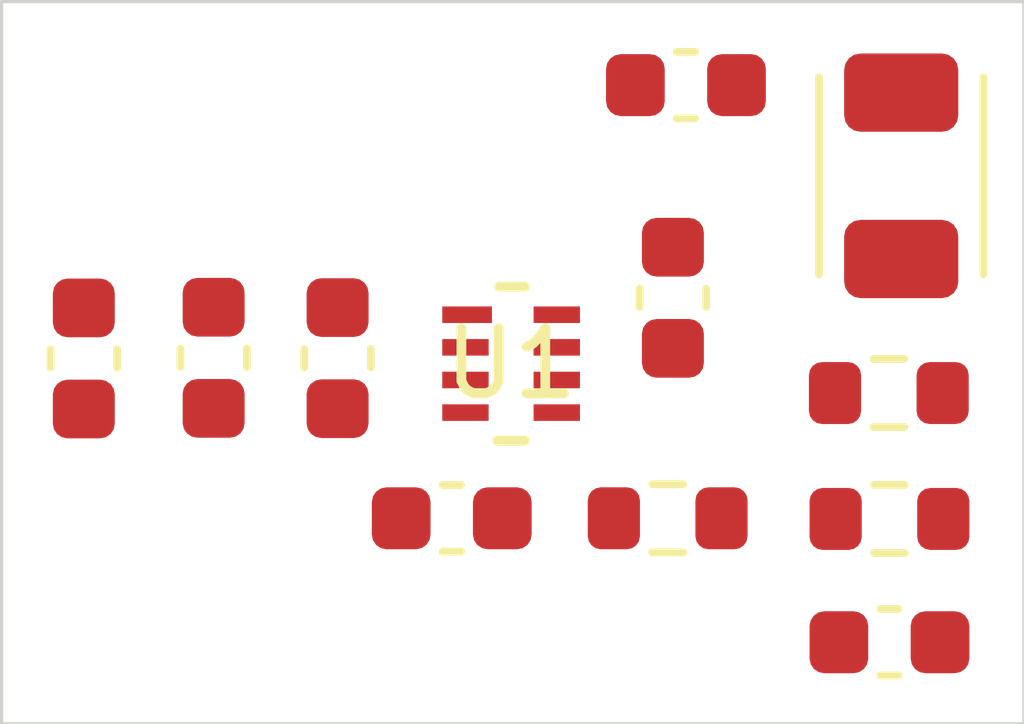
<source format=kicad_pcb>
(kicad_pcb (version 20241229) (generator "pcbnew") (generator_version "9.0")
  (layers (0 "F.Cu" signal) (2 "B.Cu" signal) (13 "F.Paste" user) (15 "B.Paste" user) (5 "F.SilkS" user "F.Silkscreen") (7 "B.SilkS" user "B.Silkscreen") (1 "F.Mask" user) (3 "B.Mask" user) (25 "Edge.Cuts" user))
  (net 0 "")
  (net 1 "VIN")
  (net 2 "GND")
  (net 3 "3.3VDC")
  (net 4 "Net-(U1-SW)")
  (net 5 "Net-(U1-BST)")
  (net 6 "/PG")
  (net 7 "Net-(U1-FB)")
  (net 8 "Net-(U1-PG)")
  (footprint "Resistor_SMD:R_0603_1608Metric" (layer "F.Cu") (at 173.8 112.76)
    (property "Reference" "R2" (hide yes))
    (property "Value" "220k" (hide yes))
    (fp_line (start -0.237258 -0.5225) (end 0.237258 -0.5225) (stroke (width 0.12)) (layer "F.SilkS"))
    (fp_line (start -0.237258 0.5225) (end 0.237258 0.5225) (stroke (width 0.12)) (layer "F.SilkS"))
    (pad "1" smd roundrect (at -0.825 0) (size 0.8 0.95) (layers "F.Cu" "F.Mask" "F.Paste") (net 2 "GND"))
    (pad "2" smd roundrect (at 0.825 0) (size 0.8 0.95) (layers "F.Cu" "F.Mask" "F.Paste") (net 7 "Net-(U1-FB)"))
  )
  (footprint "Capacitor_SMD:C_0603_1608Metric" (layer "F.Cu") (at 177.2 114.66)
    (property "Reference" "C5" (hide yes))
    (property "Value" "22pF" (hide yes))
    (fp_line (start -0.14058 -0.51) (end 0.14058 -0.51) (stroke (width 0.12)) (layer "F.SilkS"))
    (fp_line (start -0.14058 0.51) (end 0.14058 0.51) (stroke (width 0.12)) (layer "F.SilkS"))
    (pad "1" smd roundrect (at -0.775 0) (size 0.9 0.95) (layers "F.Cu" "F.Mask" "F.Paste") (net 7 "Net-(U1-FB)"))
    (pad "2" smd roundrect (at 0.775 0) (size 0.9 0.95) (layers "F.Cu" "F.Mask" "F.Paste") (net 3 "3.3VDC"))
  )
  (footprint "Switching_Regulator_Design:QFN-8_1p5MMx2MM_MNP" (layer "F.Cu") (at 171.399999 110.389811)
    (property "Reference" "U1" (at 0 0 0) (layer "F.SilkS"))
    (property "Value" "MP2322GQH-P" (hide yes))
    (fp_line (start -0.208924 1.1811) (end 0.208924 1.1811) (stroke (width 0.1524)) (layer "F.SilkS"))
    (fp_line (start 0.208924 -1.1811) (end -0.183524 -1.1811) (stroke (width 0.1524)) (layer "F.SilkS"))
    (pad "1" smd rect (at -0.674601 -0.750189) (size 0.762 0.254) (layers "F.Cu" "F.Mask" "F.Paste") (net 2 "GND"))
    (pad "2" smd rect (at -0.700001 -0.250063) (size 0.7112 0.254) (layers "F.Cu" "F.Mask" "F.Paste") (net 1 "VIN"))
    (pad "3" smd rect (at -0.700001 0.250063) (size 0.7112 0.254) (layers "F.Cu" "F.Mask" "F.Paste") (net 1 "VIN"))
    (pad "4" smd rect (at -0.700001 0.750189) (size 0.7112 0.254) (layers "F.Cu" "F.Mask" "F.Paste") (net 6 "/PG"))
    (pad "5" smd rect (at 0.700001 0.750189) (size 0.7112 0.254) (layers "F.Cu" "F.Mask" "F.Paste") (net 7 "Net-(U1-FB)"))
    (pad "6" smd rect (at 0.700001 0.250063) (size 0.7112 0.254) (layers "F.Cu" "F.Mask" "F.Paste") (net 8 "Net-(U1-PG)"))
    (pad "7" smd rect (at 0.700001 -0.250063) (size 0.7112 0.254) (layers "F.Cu" "F.Mask" "F.Paste") (net 5 "Net-(U1-BST)"))
    (pad "8" smd rect (at 0.700001 -0.750189) (size 0.7112 0.254) (layers "F.Cu" "F.Mask" "F.Paste") (net 4 "Net-(U1-SW)"))
  )
  (footprint "Capacitor_SMD:C_0603_1608Metric" (layer "F.Cu") (at 166.84 110.3 90)
    (property "Reference" "C1A1" (hide yes))
    (property "Value" "100uF" (hide yes))
    (fp_line (start -0.14058 -0.51) (end 0.14058 -0.51) (stroke (width 0.12)) (layer "F.SilkS"))
    (fp_line (start -0.14058 0.51) (end 0.14058 0.51) (stroke (width 0.12)) (layer "F.SilkS"))
    (pad "1" smd roundrect (at -0.775 0 90) (size 0.9 0.95) (layers "F.Cu" "F.Mask" "F.Paste") (net 1 "VIN"))
    (pad "2" smd roundrect (at 0.775 0 90) (size 0.9 0.95) (layers "F.Cu" "F.Mask" "F.Paste") (net 2 "GND"))
  )
  (footprint "Resistor_SMD:R_0603_1608Metric" (layer "F.Cu") (at 177.19 110.84)
    (property "Reference" "R3" (hide yes))
    (property "Value" "100k" (hide yes))
    (fp_line (start -0.237258 -0.5225) (end 0.237258 -0.5225) (stroke (width 0.12)) (layer "F.SilkS"))
    (fp_line (start -0.237258 0.5225) (end 0.237258 0.5225) (stroke (width 0.12)) (layer "F.SilkS"))
    (pad "1" smd roundrect (at -0.825 0) (size 0.8 0.95) (layers "F.Cu" "F.Mask" "F.Paste") (net 8 "Net-(U1-PG)"))
    (pad "2" smd roundrect (at 0.825 0) (size 0.8 0.95) (layers "F.Cu" "F.Mask" "F.Paste") (net 6 "/PG"))
  )
  (footprint "Resistor_SMD:R_0603_1608Metric" (layer "F.Cu") (at 177.2 112.77)
    (property "Reference" "R1" (hide yes))
    (property "Value" "976k" (hide yes))
    (fp_line (start -0.237258 -0.5225) (end 0.237258 -0.5225) (stroke (width 0.12)) (layer "F.SilkS"))
    (fp_line (start -0.237258 0.5225) (end 0.237258 0.5225) (stroke (width 0.12)) (layer "F.SilkS"))
    (pad "1" smd roundrect (at -0.825 0) (size 0.8 0.95) (layers "F.Cu" "F.Mask" "F.Paste") (net 7 "Net-(U1-FB)"))
    (pad "2" smd roundrect (at 0.825 0) (size 0.8 0.95) (layers "F.Cu" "F.Mask" "F.Paste") (net 3 "3.3VDC"))
  )
  (footprint "Capacitor_SMD:C_0603_1608Metric" (layer "F.Cu") (at 170.49 112.76)
    (property "Reference" "C4" (hide yes))
    (property "Value" "1uF" (hide yes))
    (fp_line (start -0.14058 -0.51) (end 0.14058 -0.51) (stroke (width 0.12)) (layer "F.SilkS"))
    (fp_line (start -0.14058 0.51) (end 0.14058 0.51) (stroke (width 0.12)) (layer "F.SilkS"))
    (pad "1" smd roundrect (at -0.775 0) (size 0.9 0.95) (layers "F.Cu" "F.Mask" "F.Paste") (net 6 "/PG"))
    (pad "2" smd roundrect (at 0.775 0) (size 0.9 0.95) (layers "F.Cu" "F.Mask" "F.Paste") (net 2 "GND"))
  )
  (footprint "Inductor_SMD:L_Walsin_WLFM252009x" (layer "F.Cu") (at 177.38 107.51 90)
    (property "Reference" "L1" (hide yes))
    (property "Value" "3.3uH" (hide yes))
    (fp_line (start -1.51 -1.26) (end 1.51 -1.26) (stroke (width 0.12)) (layer "F.SilkS"))
    (fp_line (start -1.51 1.26) (end 1.51 1.26) (stroke (width 0.12)) (layer "F.SilkS"))
    (pad "1" smd roundrect (at -1.275 0 90) (size 1.2 1.75) (layers "F.Cu" "F.Mask" "F.Paste") (roundrect_rratio 0.208333) (net 4 "Net-(U1-SW)"))
    (pad "2" smd roundrect (at 1.275 0 90) (size 1.2 1.75) (layers "F.Cu" "F.Mask" "F.Paste") (roundrect_rratio 0.208333) (net 3 "3.3VDC"))
  )
  (footprint "Capacitor_SMD:C_0603_1608Metric" (layer "F.Cu") (at 168.74 110.305 90)
    (property "Reference" "C1B1" (hide yes))
    (property "Value" "100uF" (hide yes))
    (fp_line (start -0.14058 -0.51) (end 0.14058 -0.51) (stroke (width 0.12)) (layer "F.SilkS"))
    (fp_line (start -0.14058 0.51) (end 0.14058 0.51) (stroke (width 0.12)) (layer "F.SilkS"))
    (pad "1" smd roundrect (at -0.775 0 90) (size 0.9 0.95) (layers "F.Cu" "F.Mask" "F.Paste") (net 1 "VIN"))
    (pad "2" smd roundrect (at 0.775 0 90) (size 0.9 0.95) (layers "F.Cu" "F.Mask" "F.Paste") (net 2 "GND"))
  )
  (footprint "Capacitor_SMD:C_0603_1608Metric" (layer "F.Cu") (at 164.85 110.31 90)
    (property "Reference" "C1" (hide yes))
    (property "Value" "100uF" (hide yes))
    (fp_line (start -0.14058 -0.51) (end 0.14058 -0.51) (stroke (width 0.12)) (layer "F.SilkS"))
    (fp_line (start -0.14058 0.51) (end 0.14058 0.51) (stroke (width 0.12)) (layer "F.SilkS"))
    (pad "1" smd roundrect (at -0.775 0 90) (size 0.9 0.95) (layers "F.Cu" "F.Mask" "F.Paste") (net 1 "VIN"))
    (pad "2" smd roundrect (at 0.775 0 90) (size 0.9 0.95) (layers "F.Cu" "F.Mask" "F.Paste") (net 2 "GND"))
  )
  (footprint "Capacitor_SMD:C_0603_1608Metric" (layer "F.Cu") (at 173.88 109.38 90)
    (property "Reference" "C3" (hide yes))
    (property "Value" "0.1uF" (hide yes))
    (fp_line (start -0.14058 -0.51) (end 0.14058 -0.51) (stroke (width 0.12)) (layer "F.SilkS"))
    (fp_line (start -0.14058 0.51) (end 0.14058 0.51) (stroke (width 0.12)) (layer "F.SilkS"))
    (pad "1" smd roundrect (at -0.775 0 90) (size 0.9 0.95) (layers "F.Cu" "F.Mask" "F.Paste") (net 5 "Net-(U1-BST)"))
    (pad "2" smd roundrect (at 0.775 0 90) (size 0.9 0.95) (layers "F.Cu" "F.Mask" "F.Paste") (net 4 "Net-(U1-SW)"))
  )
  (footprint "Capacitor_SMD:C_0603_1608Metric" (layer "F.Cu") (at 174.08 106.12)
    (property "Reference" "C2" (hide yes))
    (property "Value" "22uF" (hide yes))
    (fp_line (start -0.14058 -0.51) (end 0.14058 -0.51) (stroke (width 0.12)) (layer "F.SilkS"))
    (fp_line (start -0.14058 0.51) (end 0.14058 0.51) (stroke (width 0.12)) (layer "F.SilkS"))
    (pad "1" smd roundrect (at -0.775 0) (size 0.9 0.95) (layers "F.Cu" "F.Mask" "F.Paste") (net 2 "GND"))
    (pad "2" smd roundrect (at 0.775 0) (size 0.9 0.95) (layers "F.Cu" "F.Mask" "F.Paste") (net 3 "3.3VDC"))
  )
  (gr_rect (start 163.59 104.84) (end 179.26 115.91) (stroke (width 0.05)) (fill no) (layer "Edge.Cuts"))
)
</source>
